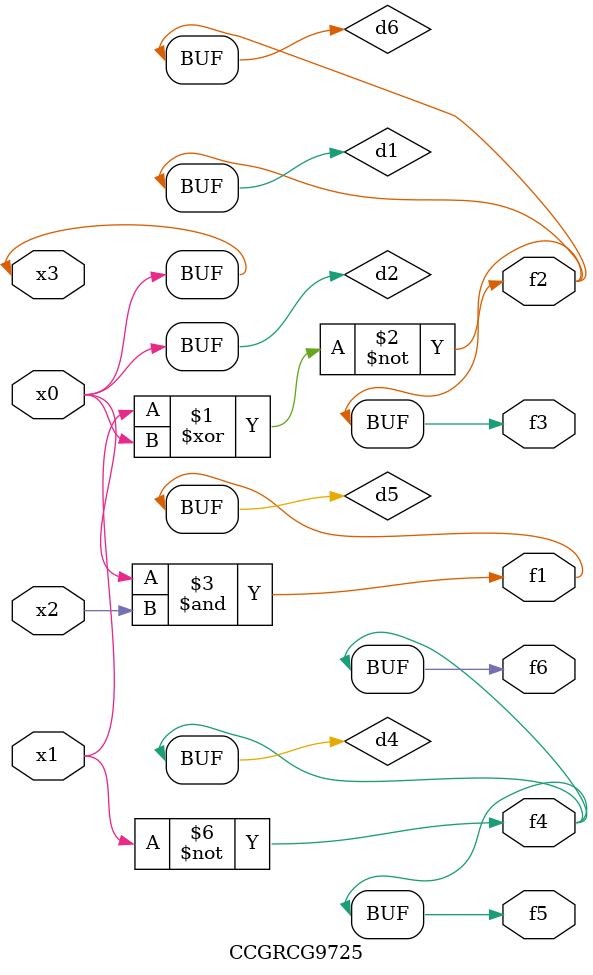
<source format=v>
module CCGRCG9725(
	input x0, x1, x2, x3,
	output f1, f2, f3, f4, f5, f6
);

	wire d1, d2, d3, d4, d5, d6;

	xnor (d1, x1, x3);
	buf (d2, x0, x3);
	nand (d3, x0, x2);
	not (d4, x1);
	nand (d5, d3);
	or (d6, d1);
	assign f1 = d5;
	assign f2 = d6;
	assign f3 = d6;
	assign f4 = d4;
	assign f5 = d4;
	assign f6 = d4;
endmodule

</source>
